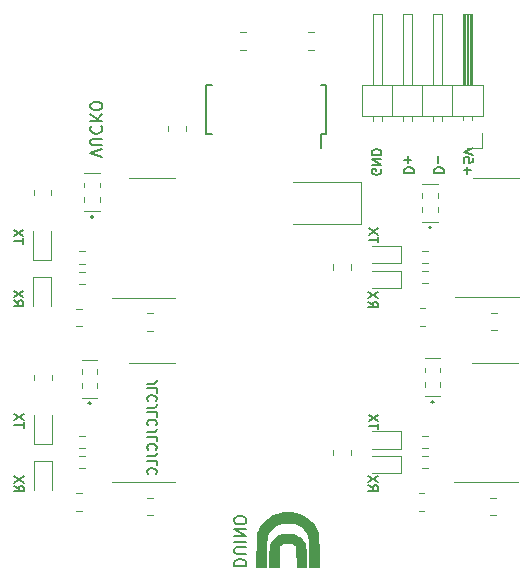
<source format=gbr>
%TF.GenerationSoftware,KiCad,Pcbnew,(6.0.4)*%
%TF.CreationDate,2022-04-04T02:45:16+02:00*%
%TF.ProjectId,DUINO,4455494e-4f2e-46b6-9963-61645f706362,rev?*%
%TF.SameCoordinates,Original*%
%TF.FileFunction,Legend,Bot*%
%TF.FilePolarity,Positive*%
%FSLAX46Y46*%
G04 Gerber Fmt 4.6, Leading zero omitted, Abs format (unit mm)*
G04 Created by KiCad (PCBNEW (6.0.4)) date 2022-04-04 02:45:16*
%MOMM*%
%LPD*%
G01*
G04 APERTURE LIST*
%ADD10C,0.150000*%
%ADD11C,0.120000*%
%ADD12C,0.010000*%
%ADD13C,0.200000*%
%ADD14C,0.100000*%
G04 APERTURE END LIST*
D10*
X181908495Y-129571733D02*
X182289447Y-129838400D01*
X181908495Y-130028876D02*
X182708495Y-130028876D01*
X182708495Y-129724114D01*
X182670400Y-129647923D01*
X182632304Y-129609828D01*
X182556114Y-129571733D01*
X182441828Y-129571733D01*
X182365638Y-129609828D01*
X182327542Y-129647923D01*
X182289447Y-129724114D01*
X182289447Y-130028876D01*
X182708495Y-129305066D02*
X181908495Y-128771733D01*
X182708495Y-128771733D02*
X181908495Y-129305066D01*
X182759295Y-124815523D02*
X182759295Y-124358380D01*
X181959295Y-124586952D02*
X182759295Y-124586952D01*
X182759295Y-124167904D02*
X181959295Y-123634571D01*
X182759295Y-123634571D02*
X181959295Y-124167904D01*
X152685695Y-109118323D02*
X152685695Y-108661180D01*
X151885695Y-108889752D02*
X152685695Y-108889752D01*
X152685695Y-108470704D02*
X151885695Y-107937371D01*
X152685695Y-107937371D02*
X151885695Y-108470704D01*
X151885695Y-113925333D02*
X152266647Y-114192000D01*
X151885695Y-114382476D02*
X152685695Y-114382476D01*
X152685695Y-114077714D01*
X152647600Y-114001523D01*
X152609504Y-113963428D01*
X152533314Y-113925333D01*
X152419028Y-113925333D01*
X152342838Y-113963428D01*
X152304742Y-114001523D01*
X152266647Y-114077714D01*
X152266647Y-114382476D01*
X152685695Y-113658666D02*
X151885695Y-113125333D01*
X152685695Y-113125333D02*
X151885695Y-113658666D01*
X182759295Y-109016723D02*
X182759295Y-108559580D01*
X181959295Y-108788152D02*
X182759295Y-108788152D01*
X182759295Y-108369104D02*
X181959295Y-107835771D01*
X182759295Y-107835771D02*
X181959295Y-108369104D01*
X152736495Y-124713923D02*
X152736495Y-124256780D01*
X151936495Y-124485352D02*
X152736495Y-124485352D01*
X152736495Y-124066304D02*
X151936495Y-123532971D01*
X152736495Y-123532971D02*
X151936495Y-124066304D01*
X187496495Y-103117561D02*
X188296495Y-103117561D01*
X188296495Y-102927085D01*
X188258400Y-102812800D01*
X188182209Y-102736609D01*
X188106019Y-102698514D01*
X187953638Y-102660419D01*
X187839352Y-102660419D01*
X187686971Y-102698514D01*
X187610780Y-102736609D01*
X187534590Y-102812800D01*
X187496495Y-102927085D01*
X187496495Y-103117561D01*
X187801257Y-102317561D02*
X187801257Y-101708038D01*
X163188704Y-120967961D02*
X163760133Y-120967961D01*
X163874419Y-120929866D01*
X163950609Y-120853676D01*
X163988704Y-120739390D01*
X163988704Y-120663200D01*
X163988704Y-121729866D02*
X163988704Y-121348914D01*
X163188704Y-121348914D01*
X163912514Y-122453676D02*
X163950609Y-122415580D01*
X163988704Y-122301295D01*
X163988704Y-122225104D01*
X163950609Y-122110819D01*
X163874419Y-122034628D01*
X163798228Y-121996533D01*
X163645847Y-121958438D01*
X163531561Y-121958438D01*
X163379180Y-121996533D01*
X163302990Y-122034628D01*
X163226800Y-122110819D01*
X163188704Y-122225104D01*
X163188704Y-122301295D01*
X163226800Y-122415580D01*
X163264895Y-122453676D01*
X163188704Y-123025104D02*
X163760133Y-123025104D01*
X163874419Y-122987009D01*
X163950609Y-122910819D01*
X163988704Y-122796533D01*
X163988704Y-122720342D01*
X163988704Y-123787009D02*
X163988704Y-123406057D01*
X163188704Y-123406057D01*
X163912514Y-124510819D02*
X163950609Y-124472723D01*
X163988704Y-124358438D01*
X163988704Y-124282247D01*
X163950609Y-124167961D01*
X163874419Y-124091771D01*
X163798228Y-124053676D01*
X163645847Y-124015580D01*
X163531561Y-124015580D01*
X163379180Y-124053676D01*
X163302990Y-124091771D01*
X163226800Y-124167961D01*
X163188704Y-124282247D01*
X163188704Y-124358438D01*
X163226800Y-124472723D01*
X163264895Y-124510819D01*
X163188704Y-125082247D02*
X163760133Y-125082247D01*
X163874419Y-125044152D01*
X163950609Y-124967961D01*
X163988704Y-124853676D01*
X163988704Y-124777485D01*
X163988704Y-125844152D02*
X163988704Y-125463200D01*
X163188704Y-125463200D01*
X163912514Y-126567961D02*
X163950609Y-126529866D01*
X163988704Y-126415580D01*
X163988704Y-126339390D01*
X163950609Y-126225104D01*
X163874419Y-126148914D01*
X163798228Y-126110819D01*
X163645847Y-126072723D01*
X163531561Y-126072723D01*
X163379180Y-126110819D01*
X163302990Y-126148914D01*
X163226800Y-126225104D01*
X163188704Y-126339390D01*
X163188704Y-126415580D01*
X163226800Y-126529866D01*
X163264895Y-126567961D01*
X163188704Y-127139390D02*
X163760133Y-127139390D01*
X163874419Y-127101295D01*
X163950609Y-127025104D01*
X163988704Y-126910819D01*
X163988704Y-126834628D01*
X163988704Y-127901295D02*
X163988704Y-127520342D01*
X163188704Y-127520342D01*
X163912514Y-128625104D02*
X163950609Y-128587009D01*
X163988704Y-128472723D01*
X163988704Y-128396533D01*
X163950609Y-128282247D01*
X163874419Y-128206057D01*
X163798228Y-128167961D01*
X163645847Y-128129866D01*
X163531561Y-128129866D01*
X163379180Y-128167961D01*
X163302990Y-128206057D01*
X163226800Y-128282247D01*
X163188704Y-128396533D01*
X163188704Y-128472723D01*
X163226800Y-128587009D01*
X163264895Y-128625104D01*
X181908495Y-114026933D02*
X182289447Y-114293600D01*
X181908495Y-114484076D02*
X182708495Y-114484076D01*
X182708495Y-114179314D01*
X182670400Y-114103123D01*
X182632304Y-114065028D01*
X182556114Y-114026933D01*
X182441828Y-114026933D01*
X182365638Y-114065028D01*
X182327542Y-114103123D01*
X182289447Y-114179314D01*
X182289447Y-114484076D01*
X182708495Y-113760266D02*
X181908495Y-113226933D01*
X182708495Y-113226933D02*
X181908495Y-113760266D01*
X170570899Y-136401868D02*
X171570899Y-136401868D01*
X171570899Y-136163773D01*
X171523280Y-136020916D01*
X171428041Y-135925678D01*
X171332803Y-135878059D01*
X171142327Y-135830440D01*
X170999470Y-135830440D01*
X170808994Y-135878059D01*
X170713756Y-135925678D01*
X170618518Y-136020916D01*
X170570899Y-136163773D01*
X170570899Y-136401868D01*
X171570899Y-135401868D02*
X170761375Y-135401868D01*
X170666137Y-135354249D01*
X170618518Y-135306630D01*
X170570899Y-135211392D01*
X170570899Y-135020916D01*
X170618518Y-134925678D01*
X170666137Y-134878059D01*
X170761375Y-134830440D01*
X171570899Y-134830440D01*
X170570899Y-134354249D02*
X171570899Y-134354249D01*
X170570899Y-133878059D02*
X171570899Y-133878059D01*
X170570899Y-133306630D01*
X171570899Y-133306630D01*
X171570899Y-132639963D02*
X171570899Y-132449487D01*
X171523280Y-132354249D01*
X171428041Y-132259011D01*
X171237565Y-132211392D01*
X170904232Y-132211392D01*
X170713756Y-132259011D01*
X170618518Y-132354249D01*
X170570899Y-132449487D01*
X170570899Y-132639963D01*
X170618518Y-132735201D01*
X170713756Y-132830440D01*
X170904232Y-132878059D01*
X171237565Y-132878059D01*
X171428041Y-132830440D01*
X171523280Y-132735201D01*
X171570899Y-132639963D01*
X184956495Y-103117561D02*
X185756495Y-103117561D01*
X185756495Y-102927085D01*
X185718400Y-102812800D01*
X185642209Y-102736609D01*
X185566019Y-102698514D01*
X185413638Y-102660419D01*
X185299352Y-102660419D01*
X185146971Y-102698514D01*
X185070780Y-102736609D01*
X184994590Y-102812800D01*
X184956495Y-102927085D01*
X184956495Y-103117561D01*
X185261257Y-102317561D02*
X185261257Y-101708038D01*
X184956495Y-102012800D02*
X185566019Y-102012800D01*
X159399219Y-101796552D02*
X158399219Y-101463219D01*
X159399219Y-101129885D01*
X159399219Y-100796552D02*
X158589695Y-100796552D01*
X158494457Y-100748933D01*
X158446838Y-100701314D01*
X158399219Y-100606076D01*
X158399219Y-100415600D01*
X158446838Y-100320361D01*
X158494457Y-100272742D01*
X158589695Y-100225123D01*
X159399219Y-100225123D01*
X158494457Y-99177504D02*
X158446838Y-99225123D01*
X158399219Y-99367980D01*
X158399219Y-99463219D01*
X158446838Y-99606076D01*
X158542076Y-99701314D01*
X158637314Y-99748933D01*
X158827790Y-99796552D01*
X158970647Y-99796552D01*
X159161123Y-99748933D01*
X159256361Y-99701314D01*
X159351600Y-99606076D01*
X159399219Y-99463219D01*
X159399219Y-99367980D01*
X159351600Y-99225123D01*
X159303980Y-99177504D01*
X158399219Y-98748933D02*
X159399219Y-98748933D01*
X158399219Y-98177504D02*
X158970647Y-98606076D01*
X159399219Y-98177504D02*
X158827790Y-98748933D01*
X159399219Y-97558457D02*
X159399219Y-97367980D01*
X159351600Y-97272742D01*
X159256361Y-97177504D01*
X159065885Y-97129885D01*
X158732552Y-97129885D01*
X158542076Y-97177504D01*
X158446838Y-97272742D01*
X158399219Y-97367980D01*
X158399219Y-97558457D01*
X158446838Y-97653695D01*
X158542076Y-97748933D01*
X158732552Y-97796552D01*
X159065885Y-97796552D01*
X159256361Y-97748933D01*
X159351600Y-97653695D01*
X159399219Y-97558457D01*
X182975200Y-102819123D02*
X183013295Y-102895314D01*
X183013295Y-103009600D01*
X182975200Y-103123885D01*
X182899009Y-103200076D01*
X182822819Y-103238171D01*
X182670438Y-103276266D01*
X182556152Y-103276266D01*
X182403771Y-103238171D01*
X182327580Y-103200076D01*
X182251390Y-103123885D01*
X182213295Y-103009600D01*
X182213295Y-102933409D01*
X182251390Y-102819123D01*
X182289485Y-102781028D01*
X182556152Y-102781028D01*
X182556152Y-102933409D01*
X182213295Y-102438171D02*
X183013295Y-102438171D01*
X182213295Y-101981028D01*
X183013295Y-101981028D01*
X182213295Y-101600076D02*
X183013295Y-101600076D01*
X183013295Y-101409600D01*
X182975200Y-101295314D01*
X182899009Y-101219123D01*
X182822819Y-101181028D01*
X182670438Y-101142933D01*
X182556152Y-101142933D01*
X182403771Y-101181028D01*
X182327580Y-101219123D01*
X182251390Y-101295314D01*
X182213295Y-101409600D01*
X182213295Y-101600076D01*
X190292857Y-103228571D02*
X190292857Y-102619047D01*
X189988095Y-102923809D02*
X190597619Y-102923809D01*
X190788095Y-101857142D02*
X190788095Y-102238095D01*
X190407142Y-102276190D01*
X190445238Y-102238095D01*
X190483333Y-102161904D01*
X190483333Y-101971428D01*
X190445238Y-101895238D01*
X190407142Y-101857142D01*
X190330952Y-101819047D01*
X190140476Y-101819047D01*
X190064285Y-101857142D01*
X190026190Y-101895238D01*
X189988095Y-101971428D01*
X189988095Y-102161904D01*
X190026190Y-102238095D01*
X190064285Y-102276190D01*
X190788095Y-101590476D02*
X189988095Y-101323809D01*
X190788095Y-101057142D01*
X151936495Y-129622533D02*
X152317447Y-129889200D01*
X151936495Y-130079676D02*
X152736495Y-130079676D01*
X152736495Y-129774914D01*
X152698400Y-129698723D01*
X152660304Y-129660628D01*
X152584114Y-129622533D01*
X152469828Y-129622533D01*
X152393638Y-129660628D01*
X152355542Y-129698723D01*
X152317447Y-129774914D01*
X152317447Y-130079676D01*
X152736495Y-129355866D02*
X151936495Y-128822533D01*
X152736495Y-128822533D02*
X151936495Y-129355866D01*
D11*
%TO.C,C2*%
X192793252Y-114962000D02*
X192270748Y-114962000D01*
X192793252Y-116432000D02*
X192270748Y-116432000D01*
%TO.C,C3*%
X163710252Y-132116500D02*
X163187748Y-132116500D01*
X163710252Y-130646500D02*
X163187748Y-130646500D01*
%TO.C,C4*%
X192729752Y-130646500D02*
X192207248Y-130646500D01*
X192729752Y-132116500D02*
X192207248Y-132116500D01*
%TO.C,C5*%
X163710252Y-115025500D02*
X163187748Y-115025500D01*
X163710252Y-116495500D02*
X163187748Y-116495500D01*
%TO.C,C21*%
X176840248Y-91213000D02*
X177362752Y-91213000D01*
X176840248Y-92683000D02*
X177362752Y-92683000D01*
%TO.C,C23*%
X171584252Y-91213000D02*
X171061748Y-91213000D01*
X171584252Y-92683000D02*
X171061748Y-92683000D01*
%TO.C,D1*%
X182270500Y-111406000D02*
X184730500Y-111406000D01*
X184730500Y-111406000D02*
X184730500Y-112876000D01*
X184730500Y-112876000D02*
X182270500Y-112876000D01*
%TO.C,D2*%
X184730500Y-110780500D02*
X182270500Y-110780500D01*
X182270500Y-109310500D02*
X184730500Y-109310500D01*
X184730500Y-109310500D02*
X184730500Y-110780500D01*
%TO.C,D3*%
X155103500Y-127499000D02*
X155103500Y-129959000D01*
X153633500Y-129959000D02*
X153633500Y-127499000D01*
X153633500Y-127499000D02*
X155103500Y-127499000D01*
%TO.C,D4*%
X153633500Y-126120000D02*
X153633500Y-123660000D01*
X155103500Y-123660000D02*
X155103500Y-126120000D01*
X155103500Y-126120000D02*
X153633500Y-126120000D01*
%TO.C,D5*%
X184667000Y-128560500D02*
X182207000Y-128560500D01*
X184667000Y-127090500D02*
X184667000Y-128560500D01*
X182207000Y-127090500D02*
X184667000Y-127090500D01*
%TO.C,D6*%
X182207000Y-124995000D02*
X184667000Y-124995000D01*
X184667000Y-124995000D02*
X184667000Y-126465000D01*
X184667000Y-126465000D02*
X182207000Y-126465000D01*
%TO.C,D7*%
X153570000Y-114401500D02*
X153570000Y-111941500D01*
X155040000Y-111941500D02*
X155040000Y-114401500D01*
X153570000Y-111941500D02*
X155040000Y-111941500D01*
%TO.C,D8*%
X155040000Y-110499000D02*
X153570000Y-110499000D01*
X155040000Y-108039000D02*
X155040000Y-110499000D01*
X153570000Y-110499000D02*
X153570000Y-108039000D01*
%TO.C,R1*%
X186498776Y-111428000D02*
X187008224Y-111428000D01*
X186498776Y-112473000D02*
X187008224Y-112473000D01*
%TO.C,R2*%
X157415776Y-128157500D02*
X157925224Y-128157500D01*
X157415776Y-127112500D02*
X157925224Y-127112500D01*
%TO.C,R3*%
X186435276Y-128157500D02*
X186944724Y-128157500D01*
X186435276Y-127112500D02*
X186944724Y-127112500D01*
%TO.C,R4*%
X157415776Y-112536500D02*
X157925224Y-112536500D01*
X157415776Y-111491500D02*
X157925224Y-111491500D01*
%TO.C,R5*%
X187008224Y-110758500D02*
X186498776Y-110758500D01*
X187008224Y-109713500D02*
X186498776Y-109713500D01*
%TO.C,R6*%
X157925224Y-125398000D02*
X157415776Y-125398000D01*
X157925224Y-126443000D02*
X157415776Y-126443000D01*
%TO.C,R7*%
X186944724Y-126443000D02*
X186435276Y-126443000D01*
X186944724Y-125398000D02*
X186435276Y-125398000D01*
%TO.C,R8*%
X157925224Y-109777000D02*
X157415776Y-109777000D01*
X157925224Y-110822000D02*
X157415776Y-110822000D01*
%TO.C,R9*%
X186726564Y-116051000D02*
X186272436Y-116051000D01*
X186726564Y-114581000D02*
X186272436Y-114581000D01*
%TO.C,R10*%
X180414600Y-111326664D02*
X180414600Y-110872536D01*
X178944600Y-111326664D02*
X178944600Y-110872536D01*
%TO.C,R11*%
X157643564Y-130265500D02*
X157189436Y-130265500D01*
X157643564Y-131735500D02*
X157189436Y-131735500D01*
%TO.C,R12*%
X155116200Y-120219736D02*
X155116200Y-120673864D01*
X153646200Y-120219736D02*
X153646200Y-120673864D01*
%TO.C,R13*%
X186663064Y-131735500D02*
X186208936Y-131735500D01*
X186663064Y-130265500D02*
X186208936Y-130265500D01*
%TO.C,R14*%
X178944600Y-127023864D02*
X178944600Y-126569736D01*
X180414600Y-127023864D02*
X180414600Y-126569736D01*
%TO.C,R15*%
X157643564Y-116114500D02*
X157189436Y-116114500D01*
X157643564Y-114644500D02*
X157189436Y-114644500D01*
%TO.C,R16*%
X153595400Y-104573336D02*
X153595400Y-105027464D01*
X155065400Y-104573336D02*
X155065400Y-105027464D01*
%TO.C,R29*%
X165000000Y-99604564D02*
X165000000Y-99150436D01*
X166470000Y-99604564D02*
X166470000Y-99150436D01*
%TO.C,J4*%
X181346800Y-98331200D02*
X181346800Y-95671200D01*
X189916800Y-98661200D02*
X189916800Y-98331200D01*
X190136800Y-95671200D02*
X190136800Y-89671200D01*
X185596800Y-89671200D02*
X184836800Y-89671200D01*
X185596800Y-98728271D02*
X185596800Y-98331200D01*
X184836800Y-98728271D02*
X184836800Y-98331200D01*
X183056800Y-98728271D02*
X183056800Y-98331200D01*
X182296800Y-98728271D02*
X182296800Y-98331200D01*
X190676800Y-98661200D02*
X190676800Y-98331200D01*
X190016800Y-95671200D02*
X190016800Y-89671200D01*
X183056800Y-89671200D02*
X182296800Y-89671200D01*
X182296800Y-89671200D02*
X182296800Y-95671200D01*
X187376800Y-89671200D02*
X187376800Y-95671200D01*
X187376800Y-98728271D02*
X187376800Y-98331200D01*
X191626800Y-95671200D02*
X191626800Y-98331200D01*
X188136800Y-89671200D02*
X187376800Y-89671200D01*
X184836800Y-89671200D02*
X184836800Y-95671200D01*
X191566800Y-101041200D02*
X191566800Y-99771200D01*
X181346800Y-95671200D02*
X191626800Y-95671200D01*
X190256800Y-95671200D02*
X190256800Y-89671200D01*
X190496800Y-95671200D02*
X190496800Y-89671200D01*
X190376800Y-95671200D02*
X190376800Y-89671200D01*
X185596800Y-95671200D02*
X185596800Y-89671200D01*
X183056800Y-95671200D02*
X183056800Y-89671200D01*
X191626800Y-98331200D02*
X181346800Y-98331200D01*
X186486800Y-98331200D02*
X186486800Y-95671200D01*
X189916800Y-89671200D02*
X189916800Y-95671200D01*
X190296800Y-101041200D02*
X191566800Y-101041200D01*
X183946800Y-98331200D02*
X183946800Y-95671200D01*
X189026800Y-98331200D02*
X189026800Y-95671200D01*
X190676800Y-89671200D02*
X189916800Y-89671200D01*
X190676800Y-95671200D02*
X190676800Y-89671200D01*
X190616800Y-95671200D02*
X190616800Y-89671200D01*
X188136800Y-95671200D02*
X188136800Y-89671200D01*
X188136800Y-98728271D02*
X188136800Y-98331200D01*
D10*
%TO.C,U5*%
X168211500Y-99865000D02*
X168691500Y-99865000D01*
X168211500Y-95715000D02*
X168691500Y-95715000D01*
X168211500Y-99865000D02*
X168211500Y-95715000D01*
X178371500Y-99865000D02*
X177891500Y-99865000D01*
X177891500Y-99865000D02*
X177891500Y-100990000D01*
X178371500Y-99865000D02*
X178371500Y-95715000D01*
X178371500Y-95715000D02*
X177891500Y-95715000D01*
D11*
%TO.C,Y5*%
X175557200Y-103864000D02*
X181307200Y-103864000D01*
X181307200Y-103864000D02*
X181307200Y-107464000D01*
X181307200Y-107464000D02*
X175557200Y-107464000D01*
%TO.C,L2*%
G36*
X175189635Y-133684270D02*
G01*
X175334742Y-133691053D01*
X175458388Y-133706297D01*
X175571369Y-133732051D01*
X175684483Y-133770365D01*
X175808526Y-133823288D01*
X175833230Y-133834856D01*
X176026011Y-133944725D01*
X176197087Y-134077529D01*
X176342804Y-134228932D01*
X176459506Y-134394601D01*
X176543538Y-134570202D01*
X176591246Y-134751400D01*
X176592695Y-134762849D01*
X176597027Y-134823120D01*
X176600993Y-134916697D01*
X176604486Y-135038514D01*
X176607398Y-135183503D01*
X176609621Y-135346597D01*
X176611047Y-135522729D01*
X176611569Y-135706832D01*
X176611720Y-136532264D01*
X175841720Y-136521400D01*
X175821720Y-134798406D01*
X175771720Y-134724952D01*
X175766881Y-134718013D01*
X175682614Y-134627942D01*
X175569030Y-134548161D01*
X175435981Y-134485693D01*
X175351021Y-134462767D01*
X175227320Y-134445932D01*
X175090395Y-134440076D01*
X174953181Y-134445157D01*
X174828609Y-134461135D01*
X174729615Y-134487968D01*
X174711706Y-134495193D01*
X174576807Y-134562356D01*
X174467795Y-134640304D01*
X174391720Y-134724110D01*
X174341720Y-134798419D01*
X174336110Y-135664910D01*
X174330499Y-136531400D01*
X173551720Y-136531400D01*
X173552068Y-135686400D01*
X173552080Y-135662142D01*
X173552509Y-135436946D01*
X173553753Y-135247283D01*
X173556181Y-135089090D01*
X173560160Y-134958302D01*
X173566058Y-134850857D01*
X173574245Y-134762689D01*
X173585088Y-134689735D01*
X173598955Y-134627931D01*
X173616214Y-134573213D01*
X173637234Y-134521517D01*
X173662383Y-134468779D01*
X173674044Y-134446050D01*
X173795854Y-134256752D01*
X173949708Y-134089742D01*
X174133500Y-133946692D01*
X174345121Y-133829272D01*
X174582465Y-133739154D01*
X174647042Y-133720318D01*
X174712891Y-133704393D01*
X174778134Y-133693900D01*
X174852920Y-133687682D01*
X174947399Y-133684584D01*
X175071720Y-133683451D01*
X175189635Y-133684270D01*
G37*
D12*
X175189635Y-133684270D02*
X175334742Y-133691053D01*
X175458388Y-133706297D01*
X175571369Y-133732051D01*
X175684483Y-133770365D01*
X175808526Y-133823288D01*
X175833230Y-133834856D01*
X176026011Y-133944725D01*
X176197087Y-134077529D01*
X176342804Y-134228932D01*
X176459506Y-134394601D01*
X176543538Y-134570202D01*
X176591246Y-134751400D01*
X176592695Y-134762849D01*
X176597027Y-134823120D01*
X176600993Y-134916697D01*
X176604486Y-135038514D01*
X176607398Y-135183503D01*
X176609621Y-135346597D01*
X176611047Y-135522729D01*
X176611569Y-135706832D01*
X176611720Y-136532264D01*
X175841720Y-136521400D01*
X175821720Y-134798406D01*
X175771720Y-134724952D01*
X175766881Y-134718013D01*
X175682614Y-134627942D01*
X175569030Y-134548161D01*
X175435981Y-134485693D01*
X175351021Y-134462767D01*
X175227320Y-134445932D01*
X175090395Y-134440076D01*
X174953181Y-134445157D01*
X174828609Y-134461135D01*
X174729615Y-134487968D01*
X174711706Y-134495193D01*
X174576807Y-134562356D01*
X174467795Y-134640304D01*
X174391720Y-134724110D01*
X174341720Y-134798419D01*
X174336110Y-135664910D01*
X174330499Y-136531400D01*
X173551720Y-136531400D01*
X173552068Y-135686400D01*
X173552080Y-135662142D01*
X173552509Y-135436946D01*
X173553753Y-135247283D01*
X173556181Y-135089090D01*
X173560160Y-134958302D01*
X173566058Y-134850857D01*
X173574245Y-134762689D01*
X173585088Y-134689735D01*
X173598955Y-134627931D01*
X173616214Y-134573213D01*
X173637234Y-134521517D01*
X173662383Y-134468779D01*
X173674044Y-134446050D01*
X173795854Y-134256752D01*
X173949708Y-134089742D01*
X174133500Y-133946692D01*
X174345121Y-133829272D01*
X174582465Y-133739154D01*
X174647042Y-133720318D01*
X174712891Y-133704393D01*
X174778134Y-133693900D01*
X174852920Y-133687682D01*
X174947399Y-133684584D01*
X175071720Y-133683451D01*
X175189635Y-133684270D01*
G36*
X175196841Y-131862746D02*
G01*
X175352344Y-131866320D01*
X175484377Y-131874760D01*
X175603010Y-131889438D01*
X175718314Y-131911724D01*
X175840359Y-131942991D01*
X175979215Y-131984610D01*
X175993832Y-131989249D01*
X176267594Y-132095975D01*
X176530193Y-132235187D01*
X176776994Y-132402968D01*
X177003358Y-132595398D01*
X177204652Y-132808560D01*
X177376238Y-133038533D01*
X177513479Y-133281400D01*
X177536558Y-133329502D01*
X177568119Y-133395689D01*
X177595322Y-133455589D01*
X177618507Y-133512507D01*
X177638011Y-133569750D01*
X177654173Y-133630624D01*
X177667332Y-133698434D01*
X177677826Y-133776488D01*
X177685994Y-133868091D01*
X177692173Y-133976549D01*
X177696703Y-134105168D01*
X177699923Y-134257255D01*
X177702169Y-134436116D01*
X177703781Y-134645056D01*
X177705098Y-134887382D01*
X177706458Y-135166400D01*
X177713289Y-136531400D01*
X176871720Y-136531400D01*
X176871373Y-135306400D01*
X176871345Y-135215450D01*
X176871144Y-134958478D01*
X176870555Y-134737075D01*
X176869294Y-134547887D01*
X176867079Y-134387563D01*
X176863626Y-134252751D01*
X176858652Y-134140098D01*
X176851873Y-134046254D01*
X176843007Y-133967865D01*
X176831771Y-133901580D01*
X176817881Y-133844047D01*
X176801053Y-133791914D01*
X176781006Y-133741829D01*
X176757455Y-133690440D01*
X176730118Y-133634395D01*
X176711387Y-133598098D01*
X176594906Y-133420515D01*
X176445337Y-133254593D01*
X176267958Y-133104362D01*
X176068044Y-132973849D01*
X175850872Y-132867085D01*
X175621720Y-132788098D01*
X175557635Y-132772031D01*
X175494375Y-132760181D01*
X175424496Y-132752089D01*
X175339656Y-132747049D01*
X175231511Y-132744358D01*
X175091720Y-132743309D01*
X175057253Y-132743232D01*
X174927323Y-132743712D01*
X174826973Y-132746045D01*
X174747721Y-132750933D01*
X174681083Y-132759077D01*
X174618577Y-132771178D01*
X174551720Y-132787936D01*
X174325265Y-132864562D01*
X174108039Y-132969549D01*
X173908249Y-133098171D01*
X173730345Y-133246703D01*
X173578776Y-133411424D01*
X173457992Y-133588611D01*
X173372442Y-133774542D01*
X173359399Y-133813194D01*
X173345158Y-133861525D01*
X173333060Y-133912970D01*
X173322931Y-133970882D01*
X173314600Y-134038615D01*
X173307892Y-134119522D01*
X173302635Y-134216956D01*
X173298655Y-134334269D01*
X173295781Y-134474816D01*
X173293838Y-134641949D01*
X173292655Y-134839023D01*
X173292057Y-135069388D01*
X173291872Y-135336400D01*
X173291720Y-136531400D01*
X172449898Y-136531400D01*
X172463438Y-133821400D01*
X172516923Y-133637408D01*
X172528038Y-133600286D01*
X172633558Y-133322435D01*
X172773155Y-133063945D01*
X172947544Y-132823816D01*
X173157439Y-132601045D01*
X173403555Y-132394631D01*
X173590350Y-132265567D01*
X173866954Y-132112885D01*
X174160994Y-131994238D01*
X174477047Y-131907550D01*
X174478857Y-131907157D01*
X174559664Y-131890991D01*
X174636661Y-131879179D01*
X174718605Y-131871066D01*
X174814257Y-131865997D01*
X174932376Y-131863319D01*
X175081720Y-131862376D01*
X175196841Y-131862746D01*
G37*
X175196841Y-131862746D02*
X175352344Y-131866320D01*
X175484377Y-131874760D01*
X175603010Y-131889438D01*
X175718314Y-131911724D01*
X175840359Y-131942991D01*
X175979215Y-131984610D01*
X175993832Y-131989249D01*
X176267594Y-132095975D01*
X176530193Y-132235187D01*
X176776994Y-132402968D01*
X177003358Y-132595398D01*
X177204652Y-132808560D01*
X177376238Y-133038533D01*
X177513479Y-133281400D01*
X177536558Y-133329502D01*
X177568119Y-133395689D01*
X177595322Y-133455589D01*
X177618507Y-133512507D01*
X177638011Y-133569750D01*
X177654173Y-133630624D01*
X177667332Y-133698434D01*
X177677826Y-133776488D01*
X177685994Y-133868091D01*
X177692173Y-133976549D01*
X177696703Y-134105168D01*
X177699923Y-134257255D01*
X177702169Y-134436116D01*
X177703781Y-134645056D01*
X177705098Y-134887382D01*
X177706458Y-135166400D01*
X177713289Y-136531400D01*
X176871720Y-136531400D01*
X176871373Y-135306400D01*
X176871345Y-135215450D01*
X176871144Y-134958478D01*
X176870555Y-134737075D01*
X176869294Y-134547887D01*
X176867079Y-134387563D01*
X176863626Y-134252751D01*
X176858652Y-134140098D01*
X176851873Y-134046254D01*
X176843007Y-133967865D01*
X176831771Y-133901580D01*
X176817881Y-133844047D01*
X176801053Y-133791914D01*
X176781006Y-133741829D01*
X176757455Y-133690440D01*
X176730118Y-133634395D01*
X176711387Y-133598098D01*
X176594906Y-133420515D01*
X176445337Y-133254593D01*
X176267958Y-133104362D01*
X176068044Y-132973849D01*
X175850872Y-132867085D01*
X175621720Y-132788098D01*
X175557635Y-132772031D01*
X175494375Y-132760181D01*
X175424496Y-132752089D01*
X175339656Y-132747049D01*
X175231511Y-132744358D01*
X175091720Y-132743309D01*
X175057253Y-132743232D01*
X174927323Y-132743712D01*
X174826973Y-132746045D01*
X174747721Y-132750933D01*
X174681083Y-132759077D01*
X174618577Y-132771178D01*
X174551720Y-132787936D01*
X174325265Y-132864562D01*
X174108039Y-132969549D01*
X173908249Y-133098171D01*
X173730345Y-133246703D01*
X173578776Y-133411424D01*
X173457992Y-133588611D01*
X173372442Y-133774542D01*
X173359399Y-133813194D01*
X173345158Y-133861525D01*
X173333060Y-133912970D01*
X173322931Y-133970882D01*
X173314600Y-134038615D01*
X173307892Y-134119522D01*
X173302635Y-134216956D01*
X173298655Y-134334269D01*
X173295781Y-134474816D01*
X173293838Y-134641949D01*
X173292655Y-134839023D01*
X173292057Y-135069388D01*
X173291872Y-135336400D01*
X173291720Y-136531400D01*
X172449898Y-136531400D01*
X172463438Y-133821400D01*
X172516923Y-133637408D01*
X172528038Y-133600286D01*
X172633558Y-133322435D01*
X172773155Y-133063945D01*
X172947544Y-132823816D01*
X173157439Y-132601045D01*
X173403555Y-132394631D01*
X173590350Y-132265567D01*
X173866954Y-132112885D01*
X174160994Y-131994238D01*
X174477047Y-131907550D01*
X174478857Y-131907157D01*
X174559664Y-131890991D01*
X174636661Y-131879179D01*
X174718605Y-131871066D01*
X174814257Y-131865997D01*
X174932376Y-131863319D01*
X175081720Y-131862376D01*
X175196841Y-131862746D01*
D11*
%TO.C,U1*%
X192725040Y-103519920D02*
X194675040Y-103519920D01*
X192725040Y-113639920D02*
X194675040Y-113639920D01*
X192725040Y-113639920D02*
X189275040Y-113639920D01*
X192725040Y-103519920D02*
X190775040Y-103519920D01*
%TO.C,U2*%
X163636960Y-119212040D02*
X161686960Y-119212040D01*
X163636960Y-129332040D02*
X165586960Y-129332040D01*
X163636960Y-129332040D02*
X160186960Y-129332040D01*
X163636960Y-119212040D02*
X165586960Y-119212040D01*
%TO.C,U3*%
X192659000Y-119212040D02*
X194609000Y-119212040D01*
X192659000Y-129332040D02*
X194609000Y-129332040D01*
X192659000Y-119212040D02*
X190709000Y-119212040D01*
X192659000Y-129332040D02*
X189209000Y-129332040D01*
%TO.C,U4*%
X163636960Y-103591040D02*
X165586960Y-103591040D01*
X163636960Y-103591040D02*
X161686960Y-103591040D01*
X163636960Y-113711040D02*
X160186960Y-113711040D01*
X163636960Y-113711040D02*
X165586960Y-113711040D01*
D13*
%TO.C,Y6*%
X158436640Y-106859760D02*
X158436640Y-106859760D01*
D14*
X157886640Y-105559760D02*
X157886640Y-105159760D01*
X159186640Y-105559760D02*
X159186640Y-105159760D01*
D13*
X158636640Y-106859760D02*
X158636640Y-106859760D01*
D14*
X159186640Y-103159760D02*
X157886640Y-103159760D01*
X159186640Y-106359760D02*
X157886640Y-106359760D01*
X157886640Y-104359760D02*
X157886640Y-103959760D01*
X159186640Y-104359760D02*
X159186640Y-103959760D01*
D13*
X158636640Y-106859760D02*
G75*
G03*
X158436640Y-106859760I-100000J0D01*
G01*
X158436640Y-106859760D02*
G75*
G03*
X158636640Y-106859760I100000J0D01*
G01*
D14*
%TO.C,Y7*%
X158978360Y-120148400D02*
X158978360Y-119748400D01*
X158978360Y-121348400D02*
X158978360Y-120948400D01*
X157678360Y-121348400D02*
X157678360Y-120948400D01*
X158978360Y-118948400D02*
X157678360Y-118948400D01*
D13*
X158428360Y-122648400D02*
X158428360Y-122648400D01*
D14*
X158978360Y-122148400D02*
X157678360Y-122148400D01*
D13*
X158228360Y-122648400D02*
X158228360Y-122648400D01*
D14*
X157678360Y-120148400D02*
X157678360Y-119748400D01*
D13*
X158428360Y-122648400D02*
G75*
G03*
X158228360Y-122648400I-100000J0D01*
G01*
X158228360Y-122648400D02*
G75*
G03*
X158428360Y-122648400I100000J0D01*
G01*
%TO.C,Y9*%
X187240240Y-122521400D02*
X187240240Y-122521400D01*
D14*
X186690240Y-121221400D02*
X186690240Y-120821400D01*
X187990240Y-120021400D02*
X187990240Y-119621400D01*
X187990240Y-122021400D02*
X186690240Y-122021400D01*
X186690240Y-120021400D02*
X186690240Y-119621400D01*
X187990240Y-118821400D02*
X186690240Y-118821400D01*
D13*
X187440240Y-122521400D02*
X187440240Y-122521400D01*
D14*
X187990240Y-121221400D02*
X187990240Y-120821400D01*
D13*
X187240240Y-122521400D02*
G75*
G03*
X187440240Y-122521400I100000J0D01*
G01*
X187440240Y-122521400D02*
G75*
G03*
X187240240Y-122521400I-100000J0D01*
G01*
D14*
%TO.C,Y8*%
X186487040Y-105248760D02*
X186487040Y-104848760D01*
X187787040Y-105248760D02*
X187787040Y-104848760D01*
D13*
X187237040Y-107748760D02*
X187237040Y-107748760D01*
D14*
X187787040Y-106448760D02*
X187787040Y-106048760D01*
D13*
X187037040Y-107748760D02*
X187037040Y-107748760D01*
D14*
X187787040Y-107248760D02*
X186487040Y-107248760D01*
X187787040Y-104048760D02*
X186487040Y-104048760D01*
X186487040Y-106448760D02*
X186487040Y-106048760D01*
D13*
X187237040Y-107748760D02*
G75*
G03*
X187037040Y-107748760I-100000J0D01*
G01*
X187037040Y-107748760D02*
G75*
G03*
X187237040Y-107748760I100000J0D01*
G01*
%TD*%
M02*

</source>
